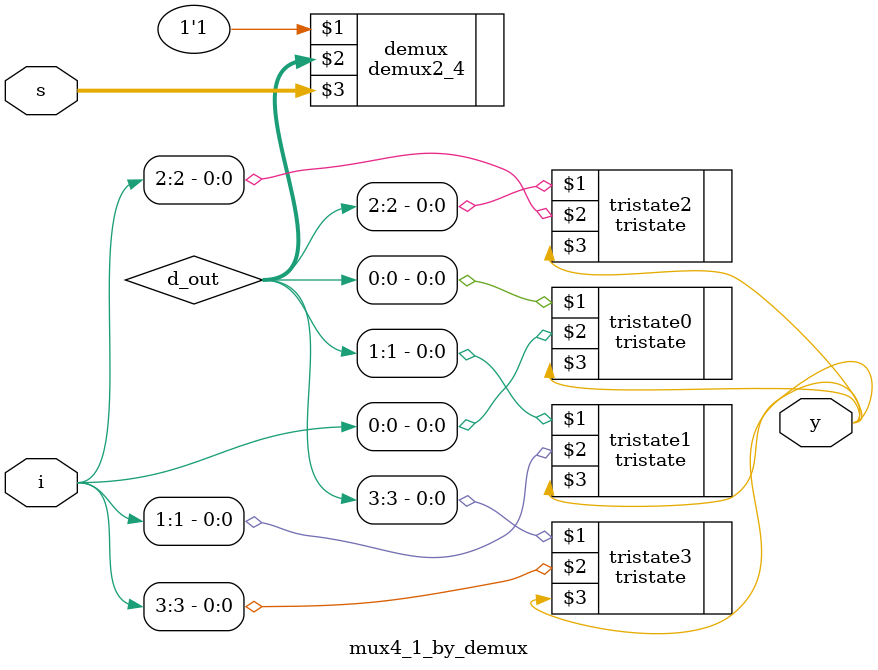
<source format=v>
`timescale 1ns / 1ps
module mux4_1_by_demux(
    input [3:0] i,
    input [1:0] s,
    output y
    );
	 
	 wire [3:0] d_out;
	 
	 demux2_4 demux(1'b1, d_out, s);
	 tristate tristate0(d_out[0], i[0], y);
	 tristate tristate1(d_out[1], i[1], y);
	 tristate tristate2(d_out[2], i[2], y);
	 tristate tristate3(d_out[3], i[3], y);


endmodule

</source>
